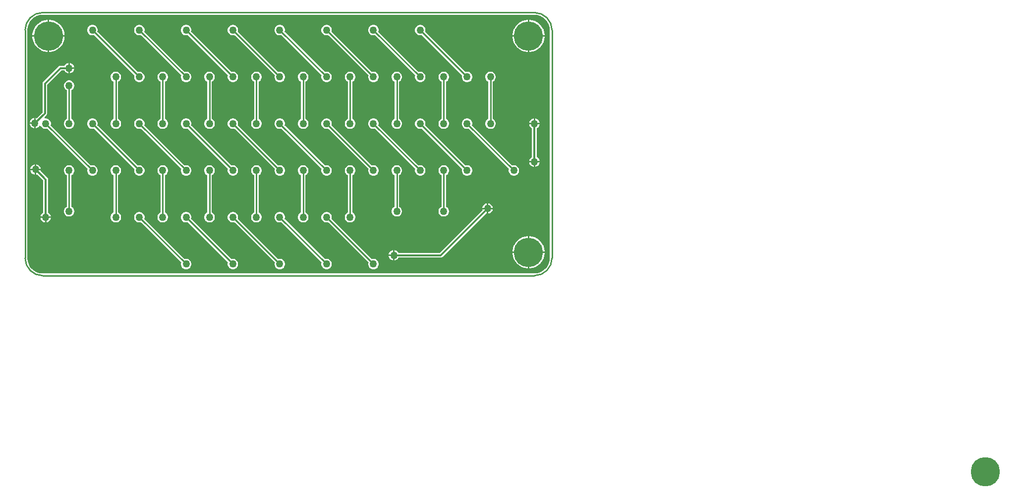
<source format=gbl>
G04*
G04 #@! TF.GenerationSoftware,Altium Limited,Altium Designer,25.8.1 (18)*
G04*
G04 Layer_Physical_Order=2*
G04 Layer_Color=16711680*
%FSLAX44Y44*%
%MOMM*%
G71*
G04*
G04 #@! TF.SameCoordinates,4CDBAC49-9385-4654-90CB-B963C00DF8DC*
G04*
G04*
G04 #@! TF.FilePolarity,Positive*
G04*
G01*
G75*
%ADD12C,0.2540*%
%ADD21C,0.3048*%
%ADD22C,5.0000*%
%ADD23C,1.2700*%
G36*
X1360109Y1185686D02*
X1365022Y1184196D01*
X1369550Y1181776D01*
X1373519Y1178519D01*
X1376776Y1174550D01*
X1379196Y1170022D01*
X1380686Y1165109D01*
X1381165Y1160248D01*
X1381115Y1160000D01*
Y772540D01*
X1381115Y770000D01*
X1380946Y767530D01*
X1380686Y764891D01*
X1379196Y759978D01*
X1376776Y755450D01*
X1373519Y751481D01*
X1369550Y748225D01*
X1365022Y745804D01*
X1360109Y744314D01*
X1355248Y743835D01*
X1355000Y743885D01*
X515000D01*
X514752Y743835D01*
X509891Y744314D01*
X504978Y745804D01*
X500450Y748224D01*
X496482Y751481D01*
X493224Y755450D01*
X490804Y759978D01*
X489314Y764891D01*
X488835Y769752D01*
X488885Y770000D01*
Y1160000D01*
X488835Y1160248D01*
X489314Y1165109D01*
X490804Y1170022D01*
X493224Y1174550D01*
X496482Y1178519D01*
X500450Y1181776D01*
X504978Y1184196D01*
X509891Y1185686D01*
X514752Y1186165D01*
X515000Y1186115D01*
X1355000D01*
X1355248Y1186165D01*
X1360109Y1185686D01*
D02*
G37*
%LPC*%
G36*
X1347168Y1177540D02*
X1346270D01*
Y1151270D01*
X1372540D01*
Y1152168D01*
X1371862Y1156449D01*
X1370522Y1160572D01*
X1368554Y1164434D01*
X1366006Y1167941D01*
X1362941Y1171006D01*
X1359434Y1173554D01*
X1355572Y1175522D01*
X1351449Y1176862D01*
X1347168Y1177540D01*
D02*
G37*
G36*
X1343730D02*
X1342832D01*
X1338551Y1176862D01*
X1334428Y1175522D01*
X1330566Y1173554D01*
X1327059Y1171006D01*
X1323994Y1167941D01*
X1321446Y1164434D01*
X1319478Y1160572D01*
X1318138Y1156449D01*
X1317460Y1152168D01*
Y1151270D01*
X1343730D01*
Y1177540D01*
D02*
G37*
G36*
X527167D02*
X526270D01*
Y1151270D01*
X552540D01*
Y1152168D01*
X551862Y1156449D01*
X550522Y1160572D01*
X548554Y1164434D01*
X546006Y1167941D01*
X542941Y1171006D01*
X539434Y1173554D01*
X535572Y1175522D01*
X531449Y1176862D01*
X527167Y1177540D01*
D02*
G37*
G36*
X523730D02*
X522832D01*
X518551Y1176862D01*
X514428Y1175522D01*
X510566Y1173554D01*
X507059Y1171006D01*
X503994Y1167941D01*
X501446Y1164434D01*
X499478Y1160572D01*
X498138Y1156449D01*
X497460Y1152168D01*
Y1151270D01*
X523730D01*
Y1177540D01*
D02*
G37*
G36*
X1372540Y1148730D02*
X1346270D01*
Y1122460D01*
X1347168D01*
X1351449Y1123138D01*
X1355572Y1124478D01*
X1359434Y1126446D01*
X1362941Y1128994D01*
X1366006Y1132059D01*
X1368554Y1135566D01*
X1370522Y1139428D01*
X1371862Y1143551D01*
X1372540Y1147833D01*
Y1148730D01*
D02*
G37*
G36*
X1343730D02*
X1317460D01*
Y1147833D01*
X1318138Y1143551D01*
X1319478Y1139428D01*
X1321446Y1135566D01*
X1323994Y1132059D01*
X1327059Y1128994D01*
X1330566Y1126446D01*
X1334428Y1124478D01*
X1338551Y1123138D01*
X1342832Y1122460D01*
X1343730D01*
Y1148730D01*
D02*
G37*
G36*
X552540D02*
X526270D01*
Y1122460D01*
X527167D01*
X531449Y1123138D01*
X535572Y1124478D01*
X539434Y1126446D01*
X542941Y1128994D01*
X546006Y1132059D01*
X548554Y1135566D01*
X550522Y1139428D01*
X551862Y1143551D01*
X552540Y1147833D01*
Y1148730D01*
D02*
G37*
G36*
X523730D02*
X497460D01*
Y1147833D01*
X498138Y1143551D01*
X499478Y1139428D01*
X501446Y1135566D01*
X503994Y1132059D01*
X507059Y1128994D01*
X510566Y1126446D01*
X514428Y1124478D01*
X518551Y1123138D01*
X522832Y1122460D01*
X523730D01*
Y1148730D01*
D02*
G37*
G36*
X561270Y1103863D02*
Y1096270D01*
X568863D01*
X568284Y1098431D01*
X567114Y1100459D01*
X565459Y1102114D01*
X563431Y1103284D01*
X561270Y1103863D01*
D02*
G37*
G36*
X568863Y1093730D02*
X561270D01*
Y1086137D01*
X563431Y1086716D01*
X565459Y1087886D01*
X567114Y1089541D01*
X568284Y1091569D01*
X568863Y1093730D01*
D02*
G37*
G36*
X558730Y1103863D02*
X556569Y1103284D01*
X554541Y1102114D01*
X552886Y1100459D01*
X552127Y1099144D01*
X545000D01*
X543414Y1098828D01*
X542070Y1097930D01*
X515820Y1071680D01*
X514922Y1070336D01*
X514606Y1068750D01*
Y1019606D01*
X504387Y1009387D01*
X503020Y1009753D01*
Y1000890D01*
Y992027D01*
X505181Y992606D01*
X507209Y993776D01*
X508864Y995431D01*
X509224Y996055D01*
X510059Y996227D01*
X512085Y995930D01*
X512886Y994541D01*
X514541Y992886D01*
X516569Y991716D01*
X518830Y991110D01*
X521170D01*
X522926Y991580D01*
X591580Y922926D01*
X591110Y921170D01*
Y918830D01*
X591716Y916569D01*
X592886Y914541D01*
X594541Y912886D01*
X596569Y911716D01*
X598830Y911110D01*
X601170D01*
X603431Y911716D01*
X605459Y912886D01*
X607114Y914541D01*
X608284Y916569D01*
X608890Y918830D01*
Y921170D01*
X608284Y923431D01*
X607114Y925459D01*
X605459Y927114D01*
X603431Y928284D01*
X601170Y928890D01*
X598830D01*
X597074Y928420D01*
X528420Y997074D01*
X528890Y998830D01*
Y1001170D01*
X528284Y1003431D01*
X527114Y1005459D01*
X525459Y1007114D01*
X523431Y1008284D01*
X521170Y1008890D01*
X519202D01*
X518526Y1009798D01*
X518024Y1011304D01*
X521680Y1014960D01*
X522578Y1016304D01*
X522894Y1017890D01*
Y1067034D01*
X546716Y1090856D01*
X552127D01*
X552886Y1089541D01*
X554541Y1087886D01*
X556569Y1086716D01*
X558730Y1086137D01*
Y1095000D01*
Y1103863D01*
D02*
G37*
G36*
X1161170Y1168890D02*
X1158830D01*
X1156569Y1168284D01*
X1154541Y1167114D01*
X1152886Y1165459D01*
X1151716Y1163431D01*
X1151110Y1161170D01*
Y1158830D01*
X1151716Y1156569D01*
X1152886Y1154541D01*
X1154541Y1152886D01*
X1156569Y1151716D01*
X1158830Y1151110D01*
X1161170D01*
X1162926Y1151580D01*
X1231580Y1082926D01*
X1231110Y1081170D01*
Y1078830D01*
X1231716Y1076569D01*
X1232886Y1074541D01*
X1234541Y1072886D01*
X1236569Y1071716D01*
X1238830Y1071110D01*
X1241170D01*
X1243431Y1071716D01*
X1245459Y1072886D01*
X1247114Y1074541D01*
X1248284Y1076569D01*
X1248890Y1078830D01*
Y1081170D01*
X1248284Y1083431D01*
X1247114Y1085459D01*
X1245459Y1087114D01*
X1243431Y1088284D01*
X1241170Y1088890D01*
X1238830D01*
X1237074Y1088420D01*
X1168420Y1157074D01*
X1168890Y1158830D01*
Y1161170D01*
X1168284Y1163431D01*
X1167114Y1165459D01*
X1165459Y1167114D01*
X1163431Y1168284D01*
X1161170Y1168890D01*
D02*
G37*
G36*
X1081170D02*
X1078830D01*
X1076569Y1168284D01*
X1074541Y1167114D01*
X1072886Y1165459D01*
X1071716Y1163431D01*
X1071110Y1161170D01*
Y1158830D01*
X1071716Y1156569D01*
X1072886Y1154541D01*
X1074541Y1152886D01*
X1076569Y1151716D01*
X1078830Y1151110D01*
X1081170D01*
X1082926Y1151580D01*
X1151580Y1082926D01*
X1151110Y1081170D01*
Y1078830D01*
X1151716Y1076569D01*
X1152886Y1074541D01*
X1154541Y1072886D01*
X1156569Y1071716D01*
X1158830Y1071110D01*
X1161170D01*
X1163431Y1071716D01*
X1165459Y1072886D01*
X1167114Y1074541D01*
X1168284Y1076569D01*
X1168890Y1078830D01*
Y1081170D01*
X1168284Y1083431D01*
X1167114Y1085459D01*
X1165459Y1087114D01*
X1163431Y1088284D01*
X1161170Y1088890D01*
X1158830D01*
X1157074Y1088420D01*
X1088420Y1157074D01*
X1088890Y1158830D01*
Y1161170D01*
X1088284Y1163431D01*
X1087114Y1165459D01*
X1085459Y1167114D01*
X1083431Y1168284D01*
X1081170Y1168890D01*
D02*
G37*
G36*
X1001170D02*
X998830D01*
X996569Y1168284D01*
X994541Y1167114D01*
X992886Y1165459D01*
X991716Y1163431D01*
X991110Y1161170D01*
Y1158830D01*
X991716Y1156569D01*
X992886Y1154541D01*
X994541Y1152886D01*
X996569Y1151716D01*
X998830Y1151110D01*
X1001170D01*
X1002926Y1151580D01*
X1071580Y1082926D01*
X1071110Y1081170D01*
Y1078830D01*
X1071716Y1076569D01*
X1072886Y1074541D01*
X1074541Y1072886D01*
X1076569Y1071716D01*
X1078830Y1071110D01*
X1081170D01*
X1083431Y1071716D01*
X1085459Y1072886D01*
X1087114Y1074541D01*
X1088284Y1076569D01*
X1088890Y1078830D01*
Y1081170D01*
X1088284Y1083431D01*
X1087114Y1085459D01*
X1085459Y1087114D01*
X1083431Y1088284D01*
X1081170Y1088890D01*
X1078830D01*
X1077074Y1088420D01*
X1008420Y1157074D01*
X1008890Y1158830D01*
Y1161170D01*
X1008284Y1163431D01*
X1007114Y1165459D01*
X1005459Y1167114D01*
X1003431Y1168284D01*
X1001170Y1168890D01*
D02*
G37*
G36*
X921170D02*
X918830D01*
X916569Y1168284D01*
X914541Y1167114D01*
X912886Y1165459D01*
X911716Y1163431D01*
X911110Y1161170D01*
Y1158830D01*
X911716Y1156569D01*
X912886Y1154541D01*
X914541Y1152886D01*
X916569Y1151716D01*
X918830Y1151110D01*
X921170D01*
X922926Y1151580D01*
X991580Y1082926D01*
X991110Y1081170D01*
Y1078830D01*
X991716Y1076569D01*
X992886Y1074541D01*
X994541Y1072886D01*
X996569Y1071716D01*
X998830Y1071110D01*
X1001170D01*
X1003431Y1071716D01*
X1005459Y1072886D01*
X1007114Y1074541D01*
X1008284Y1076569D01*
X1008890Y1078830D01*
Y1081170D01*
X1008284Y1083431D01*
X1007114Y1085459D01*
X1005459Y1087114D01*
X1003431Y1088284D01*
X1001170Y1088890D01*
X998830D01*
X997074Y1088420D01*
X928420Y1157074D01*
X928890Y1158830D01*
Y1161170D01*
X928284Y1163431D01*
X927114Y1165459D01*
X925459Y1167114D01*
X923431Y1168284D01*
X921170Y1168890D01*
D02*
G37*
G36*
X841170D02*
X838830D01*
X836569Y1168284D01*
X834541Y1167114D01*
X832886Y1165459D01*
X831716Y1163431D01*
X831110Y1161170D01*
Y1158830D01*
X831716Y1156569D01*
X832886Y1154541D01*
X834541Y1152886D01*
X836569Y1151716D01*
X838830Y1151110D01*
X841170D01*
X842926Y1151580D01*
X911580Y1082926D01*
X911110Y1081170D01*
Y1078830D01*
X911716Y1076569D01*
X912886Y1074541D01*
X914541Y1072886D01*
X916569Y1071716D01*
X918830Y1071110D01*
X921170D01*
X923431Y1071716D01*
X925459Y1072886D01*
X927114Y1074541D01*
X928284Y1076569D01*
X928890Y1078830D01*
Y1081170D01*
X928284Y1083431D01*
X927114Y1085459D01*
X925459Y1087114D01*
X923431Y1088284D01*
X921170Y1088890D01*
X918830D01*
X917074Y1088420D01*
X848420Y1157074D01*
X848890Y1158830D01*
Y1161170D01*
X848284Y1163431D01*
X847114Y1165459D01*
X845459Y1167114D01*
X843431Y1168284D01*
X841170Y1168890D01*
D02*
G37*
G36*
X761170D02*
X758830D01*
X756569Y1168284D01*
X754541Y1167114D01*
X752886Y1165459D01*
X751716Y1163431D01*
X751110Y1161170D01*
Y1158830D01*
X751716Y1156569D01*
X752886Y1154541D01*
X754541Y1152886D01*
X756569Y1151716D01*
X758830Y1151110D01*
X761170D01*
X762926Y1151580D01*
X831580Y1082926D01*
X831110Y1081170D01*
Y1078830D01*
X831716Y1076569D01*
X832886Y1074541D01*
X834541Y1072886D01*
X836569Y1071716D01*
X838830Y1071110D01*
X841170D01*
X843431Y1071716D01*
X845459Y1072886D01*
X847114Y1074541D01*
X848284Y1076569D01*
X848890Y1078830D01*
Y1081170D01*
X848284Y1083431D01*
X847114Y1085459D01*
X845459Y1087114D01*
X843431Y1088284D01*
X841170Y1088890D01*
X838830D01*
X837074Y1088420D01*
X768420Y1157074D01*
X768890Y1158830D01*
Y1161170D01*
X768284Y1163431D01*
X767114Y1165459D01*
X765459Y1167114D01*
X763431Y1168284D01*
X761170Y1168890D01*
D02*
G37*
G36*
X681170D02*
X678830D01*
X676569Y1168284D01*
X674541Y1167114D01*
X672886Y1165459D01*
X671716Y1163431D01*
X671110Y1161170D01*
Y1158830D01*
X671716Y1156569D01*
X672886Y1154541D01*
X674541Y1152886D01*
X676569Y1151716D01*
X678830Y1151110D01*
X681170D01*
X682926Y1151580D01*
X751580Y1082926D01*
X751110Y1081170D01*
Y1078830D01*
X751716Y1076569D01*
X752886Y1074541D01*
X754541Y1072886D01*
X756569Y1071716D01*
X758830Y1071110D01*
X761170D01*
X763431Y1071716D01*
X765459Y1072886D01*
X767114Y1074541D01*
X768284Y1076569D01*
X768890Y1078830D01*
Y1081170D01*
X768284Y1083431D01*
X767114Y1085459D01*
X765459Y1087114D01*
X763431Y1088284D01*
X761170Y1088890D01*
X758830D01*
X757074Y1088420D01*
X688420Y1157074D01*
X688890Y1158830D01*
Y1161170D01*
X688284Y1163431D01*
X687114Y1165459D01*
X685459Y1167114D01*
X683431Y1168284D01*
X681170Y1168890D01*
D02*
G37*
G36*
X601170D02*
X598830D01*
X596569Y1168284D01*
X594541Y1167114D01*
X592886Y1165459D01*
X591716Y1163431D01*
X591110Y1161170D01*
Y1158830D01*
X591716Y1156569D01*
X592886Y1154541D01*
X594541Y1152886D01*
X596569Y1151716D01*
X598830Y1151110D01*
X601170D01*
X602926Y1151580D01*
X671580Y1082926D01*
X671110Y1081170D01*
Y1078830D01*
X671716Y1076569D01*
X672886Y1074541D01*
X674541Y1072886D01*
X676569Y1071716D01*
X678830Y1071110D01*
X681170D01*
X683431Y1071716D01*
X685459Y1072886D01*
X687114Y1074541D01*
X688284Y1076569D01*
X688890Y1078830D01*
Y1081170D01*
X688284Y1083431D01*
X687114Y1085459D01*
X685459Y1087114D01*
X683431Y1088284D01*
X681170Y1088890D01*
X678830D01*
X677074Y1088420D01*
X608420Y1157074D01*
X608890Y1158830D01*
Y1161170D01*
X608284Y1163431D01*
X607114Y1165459D01*
X605459Y1167114D01*
X603431Y1168284D01*
X601170Y1168890D01*
D02*
G37*
G36*
X500480Y1009753D02*
X498319Y1009174D01*
X496291Y1008004D01*
X494636Y1006349D01*
X493466Y1004321D01*
X492887Y1002160D01*
X500480D01*
Y1009753D01*
D02*
G37*
G36*
X1356270Y1008863D02*
Y1001270D01*
X1363863D01*
X1363284Y1003431D01*
X1362114Y1005459D01*
X1360459Y1007114D01*
X1358431Y1008284D01*
X1356270Y1008863D01*
D02*
G37*
G36*
X1353730D02*
X1351569Y1008284D01*
X1349541Y1007114D01*
X1347886Y1005459D01*
X1346716Y1003431D01*
X1346137Y1001270D01*
X1353730D01*
Y1008863D01*
D02*
G37*
G36*
X500480Y999620D02*
X492887D01*
X493466Y997459D01*
X494636Y995431D01*
X496291Y993776D01*
X498319Y992606D01*
X500480Y992027D01*
Y999620D01*
D02*
G37*
G36*
X1281170Y1088890D02*
X1278830D01*
X1276569Y1088284D01*
X1274541Y1087114D01*
X1272886Y1085459D01*
X1271716Y1083431D01*
X1271110Y1081170D01*
Y1078830D01*
X1271716Y1076569D01*
X1272886Y1074541D01*
X1274541Y1072886D01*
X1276115Y1071977D01*
Y1008023D01*
X1274541Y1007114D01*
X1272886Y1005459D01*
X1271716Y1003431D01*
X1271110Y1001170D01*
Y998830D01*
X1271716Y996569D01*
X1272886Y994541D01*
X1274541Y992886D01*
X1276569Y991716D01*
X1278830Y991110D01*
X1281170D01*
X1283431Y991716D01*
X1285459Y992886D01*
X1287114Y994541D01*
X1288284Y996569D01*
X1288890Y998830D01*
Y1001170D01*
X1288284Y1003431D01*
X1287114Y1005459D01*
X1285459Y1007114D01*
X1283885Y1008023D01*
Y1071977D01*
X1285459Y1072886D01*
X1287114Y1074541D01*
X1288284Y1076569D01*
X1288890Y1078830D01*
Y1081170D01*
X1288284Y1083431D01*
X1287114Y1085459D01*
X1285459Y1087114D01*
X1283431Y1088284D01*
X1281170Y1088890D01*
D02*
G37*
G36*
X1201170D02*
X1198830D01*
X1196569Y1088284D01*
X1194541Y1087114D01*
X1192886Y1085459D01*
X1191716Y1083431D01*
X1191110Y1081170D01*
Y1078830D01*
X1191716Y1076569D01*
X1192886Y1074541D01*
X1194541Y1072886D01*
X1196115Y1071977D01*
Y1008023D01*
X1194541Y1007114D01*
X1192886Y1005459D01*
X1191716Y1003431D01*
X1191110Y1001170D01*
Y998830D01*
X1191716Y996569D01*
X1192886Y994541D01*
X1194541Y992886D01*
X1196569Y991716D01*
X1198830Y991110D01*
X1201170D01*
X1203431Y991716D01*
X1205459Y992886D01*
X1207114Y994541D01*
X1208284Y996569D01*
X1208890Y998830D01*
Y1001170D01*
X1208284Y1003431D01*
X1207114Y1005459D01*
X1205459Y1007114D01*
X1203885Y1008023D01*
Y1071977D01*
X1205459Y1072886D01*
X1207114Y1074541D01*
X1208284Y1076569D01*
X1208890Y1078830D01*
Y1081170D01*
X1208284Y1083431D01*
X1207114Y1085459D01*
X1205459Y1087114D01*
X1203431Y1088284D01*
X1201170Y1088890D01*
D02*
G37*
G36*
X1121170D02*
X1118830D01*
X1116569Y1088284D01*
X1114541Y1087114D01*
X1112886Y1085459D01*
X1111716Y1083431D01*
X1111110Y1081170D01*
Y1078830D01*
X1111716Y1076569D01*
X1112886Y1074541D01*
X1114541Y1072886D01*
X1116115Y1071977D01*
Y1008023D01*
X1114541Y1007114D01*
X1112886Y1005459D01*
X1111716Y1003431D01*
X1111110Y1001170D01*
Y998830D01*
X1111716Y996569D01*
X1112886Y994541D01*
X1114541Y992886D01*
X1116569Y991716D01*
X1118830Y991110D01*
X1121170D01*
X1123431Y991716D01*
X1125459Y992886D01*
X1127114Y994541D01*
X1128284Y996569D01*
X1128890Y998830D01*
Y1001170D01*
X1128284Y1003431D01*
X1127114Y1005459D01*
X1125459Y1007114D01*
X1123885Y1008023D01*
Y1071977D01*
X1125459Y1072886D01*
X1127114Y1074541D01*
X1128284Y1076569D01*
X1128890Y1078830D01*
Y1081170D01*
X1128284Y1083431D01*
X1127114Y1085459D01*
X1125459Y1087114D01*
X1123431Y1088284D01*
X1121170Y1088890D01*
D02*
G37*
G36*
X1041170D02*
X1038830D01*
X1036569Y1088284D01*
X1034541Y1087114D01*
X1032886Y1085459D01*
X1031716Y1083431D01*
X1031110Y1081170D01*
Y1078830D01*
X1031716Y1076569D01*
X1032886Y1074541D01*
X1034541Y1072886D01*
X1036115Y1071977D01*
Y1008023D01*
X1034541Y1007114D01*
X1032886Y1005459D01*
X1031716Y1003431D01*
X1031110Y1001170D01*
Y998830D01*
X1031716Y996569D01*
X1032886Y994541D01*
X1034541Y992886D01*
X1036569Y991716D01*
X1038830Y991110D01*
X1041170D01*
X1043431Y991716D01*
X1045459Y992886D01*
X1047114Y994541D01*
X1048284Y996569D01*
X1048890Y998830D01*
Y1001170D01*
X1048284Y1003431D01*
X1047114Y1005459D01*
X1045459Y1007114D01*
X1043885Y1008023D01*
Y1071977D01*
X1045459Y1072886D01*
X1047114Y1074541D01*
X1048284Y1076569D01*
X1048890Y1078830D01*
Y1081170D01*
X1048284Y1083431D01*
X1047114Y1085459D01*
X1045459Y1087114D01*
X1043431Y1088284D01*
X1041170Y1088890D01*
D02*
G37*
G36*
X961170D02*
X958830D01*
X956569Y1088284D01*
X954541Y1087114D01*
X952886Y1085459D01*
X951716Y1083431D01*
X951110Y1081170D01*
Y1078830D01*
X951716Y1076569D01*
X952886Y1074541D01*
X954541Y1072886D01*
X956115Y1071977D01*
Y1008023D01*
X954541Y1007114D01*
X952886Y1005459D01*
X951716Y1003431D01*
X951110Y1001170D01*
Y998830D01*
X951716Y996569D01*
X952886Y994541D01*
X954541Y992886D01*
X956569Y991716D01*
X958830Y991110D01*
X961170D01*
X963431Y991716D01*
X965459Y992886D01*
X967114Y994541D01*
X968284Y996569D01*
X968890Y998830D01*
Y1001170D01*
X968284Y1003431D01*
X967114Y1005459D01*
X965459Y1007114D01*
X963885Y1008023D01*
Y1071977D01*
X965459Y1072886D01*
X967114Y1074541D01*
X968284Y1076569D01*
X968890Y1078830D01*
Y1081170D01*
X968284Y1083431D01*
X967114Y1085459D01*
X965459Y1087114D01*
X963431Y1088284D01*
X961170Y1088890D01*
D02*
G37*
G36*
X881170D02*
X878830D01*
X876569Y1088284D01*
X874541Y1087114D01*
X872886Y1085459D01*
X871716Y1083431D01*
X871110Y1081170D01*
Y1078830D01*
X871716Y1076569D01*
X872886Y1074541D01*
X874541Y1072886D01*
X876115Y1071977D01*
Y1008023D01*
X874541Y1007114D01*
X872886Y1005459D01*
X871716Y1003431D01*
X871110Y1001170D01*
Y998830D01*
X871716Y996569D01*
X872886Y994541D01*
X874541Y992886D01*
X876569Y991716D01*
X878830Y991110D01*
X881170D01*
X883431Y991716D01*
X885459Y992886D01*
X887114Y994541D01*
X888284Y996569D01*
X888890Y998830D01*
Y1001170D01*
X888284Y1003431D01*
X887114Y1005459D01*
X885459Y1007114D01*
X883885Y1008023D01*
Y1071977D01*
X885459Y1072886D01*
X887114Y1074541D01*
X888284Y1076569D01*
X888890Y1078830D01*
Y1081170D01*
X888284Y1083431D01*
X887114Y1085459D01*
X885459Y1087114D01*
X883431Y1088284D01*
X881170Y1088890D01*
D02*
G37*
G36*
X801170D02*
X798830D01*
X796569Y1088284D01*
X794541Y1087114D01*
X792886Y1085459D01*
X791716Y1083431D01*
X791110Y1081170D01*
Y1078830D01*
X791716Y1076569D01*
X792886Y1074541D01*
X794541Y1072886D01*
X796115Y1071977D01*
Y1008023D01*
X794541Y1007114D01*
X792886Y1005459D01*
X791716Y1003431D01*
X791110Y1001170D01*
Y998830D01*
X791716Y996569D01*
X792886Y994541D01*
X794541Y992886D01*
X796569Y991716D01*
X798830Y991110D01*
X801170D01*
X803431Y991716D01*
X805459Y992886D01*
X807114Y994541D01*
X808284Y996569D01*
X808890Y998830D01*
Y1001170D01*
X808284Y1003431D01*
X807114Y1005459D01*
X805459Y1007114D01*
X803885Y1008023D01*
Y1071977D01*
X805459Y1072886D01*
X807114Y1074541D01*
X808284Y1076569D01*
X808890Y1078830D01*
Y1081170D01*
X808284Y1083431D01*
X807114Y1085459D01*
X805459Y1087114D01*
X803431Y1088284D01*
X801170Y1088890D01*
D02*
G37*
G36*
X721170D02*
X718830D01*
X716569Y1088284D01*
X714541Y1087114D01*
X712886Y1085459D01*
X711716Y1083431D01*
X711110Y1081170D01*
Y1078830D01*
X711716Y1076569D01*
X712886Y1074541D01*
X714541Y1072886D01*
X716115Y1071977D01*
Y1008023D01*
X714541Y1007114D01*
X712886Y1005459D01*
X711716Y1003431D01*
X711110Y1001170D01*
Y998830D01*
X711716Y996569D01*
X712886Y994541D01*
X714541Y992886D01*
X716569Y991716D01*
X718830Y991110D01*
X721170D01*
X723431Y991716D01*
X725459Y992886D01*
X727114Y994541D01*
X728284Y996569D01*
X728890Y998830D01*
Y1001170D01*
X728284Y1003431D01*
X727114Y1005459D01*
X725459Y1007114D01*
X723885Y1008023D01*
Y1071977D01*
X725459Y1072886D01*
X727114Y1074541D01*
X728284Y1076569D01*
X728890Y1078830D01*
Y1081170D01*
X728284Y1083431D01*
X727114Y1085459D01*
X725459Y1087114D01*
X723431Y1088284D01*
X721170Y1088890D01*
D02*
G37*
G36*
X641170D02*
X638830D01*
X636569Y1088284D01*
X634541Y1087114D01*
X632886Y1085459D01*
X631716Y1083431D01*
X631110Y1081170D01*
Y1078830D01*
X631716Y1076569D01*
X632886Y1074541D01*
X634541Y1072886D01*
X636115Y1071977D01*
Y1008023D01*
X634541Y1007114D01*
X632886Y1005459D01*
X631716Y1003431D01*
X631110Y1001170D01*
Y998830D01*
X631716Y996569D01*
X632886Y994541D01*
X634541Y992886D01*
X636569Y991716D01*
X638830Y991110D01*
X641170D01*
X643431Y991716D01*
X645459Y992886D01*
X647114Y994541D01*
X648284Y996569D01*
X648890Y998830D01*
Y1001170D01*
X648284Y1003431D01*
X647114Y1005459D01*
X645459Y1007114D01*
X643885Y1008023D01*
Y1071977D01*
X645459Y1072886D01*
X647114Y1074541D01*
X648284Y1076569D01*
X648890Y1078830D01*
Y1081170D01*
X648284Y1083431D01*
X647114Y1085459D01*
X645459Y1087114D01*
X643431Y1088284D01*
X641170Y1088890D01*
D02*
G37*
G36*
X561170Y1073890D02*
X558830D01*
X556569Y1073284D01*
X554541Y1072114D01*
X552886Y1070459D01*
X551716Y1068431D01*
X551110Y1066170D01*
Y1063830D01*
X551716Y1061569D01*
X552886Y1059541D01*
X554541Y1057886D01*
X556115Y1056977D01*
Y1008023D01*
X554541Y1007114D01*
X552886Y1005459D01*
X551716Y1003431D01*
X551110Y1001170D01*
Y998830D01*
X551716Y996569D01*
X552886Y994541D01*
X554541Y992886D01*
X556569Y991716D01*
X558830Y991110D01*
X561170D01*
X563431Y991716D01*
X565459Y992886D01*
X567114Y994541D01*
X568284Y996569D01*
X568890Y998830D01*
Y1001170D01*
X568284Y1003431D01*
X567114Y1005459D01*
X565459Y1007114D01*
X563885Y1008023D01*
Y1056977D01*
X565459Y1057886D01*
X567114Y1059541D01*
X568284Y1061569D01*
X568890Y1063830D01*
Y1066170D01*
X568284Y1068431D01*
X567114Y1070459D01*
X565459Y1072114D01*
X563431Y1073284D01*
X561170Y1073890D01*
D02*
G37*
G36*
X1363863Y998730D02*
X1346137D01*
X1346716Y996569D01*
X1347886Y994541D01*
X1349541Y992886D01*
X1350856Y992127D01*
Y942873D01*
X1349541Y942114D01*
X1347886Y940459D01*
X1346716Y938431D01*
X1346137Y936270D01*
X1363863D01*
X1363284Y938431D01*
X1362114Y940459D01*
X1360459Y942114D01*
X1359144Y942873D01*
Y992127D01*
X1360459Y992886D01*
X1362114Y994541D01*
X1363284Y996569D01*
X1363863Y998730D01*
D02*
G37*
G36*
Y933730D02*
X1356270D01*
Y926137D01*
X1358431Y926716D01*
X1360459Y927886D01*
X1362114Y929541D01*
X1363284Y931569D01*
X1363863Y933730D01*
D02*
G37*
G36*
X1353730D02*
X1346137D01*
X1346716Y931569D01*
X1347886Y929541D01*
X1349541Y927886D01*
X1351569Y926716D01*
X1353730Y926137D01*
Y933730D01*
D02*
G37*
G36*
X504101Y930422D02*
Y922829D01*
X511694D01*
X511115Y924990D01*
X509945Y927017D01*
X508290Y928673D01*
X506263Y929843D01*
X504101Y930422D01*
D02*
G37*
G36*
X501561D02*
X499400Y929843D01*
X497373Y928673D01*
X495717Y927017D01*
X494547Y924990D01*
X493968Y922829D01*
X501561D01*
Y930422D01*
D02*
G37*
G36*
Y920289D02*
X493968D01*
X494547Y918127D01*
X495717Y916100D01*
X497373Y914445D01*
X499400Y913275D01*
X501561Y912695D01*
Y920289D01*
D02*
G37*
G36*
X1241170Y1008890D02*
X1238830D01*
X1236569Y1008284D01*
X1234541Y1007114D01*
X1232886Y1005459D01*
X1231716Y1003431D01*
X1231110Y1001170D01*
Y998830D01*
X1231716Y996569D01*
X1232886Y994541D01*
X1234541Y992886D01*
X1236569Y991716D01*
X1238830Y991110D01*
X1241170D01*
X1242926Y991580D01*
X1311580Y922926D01*
X1311110Y921170D01*
Y918830D01*
X1311716Y916569D01*
X1312886Y914541D01*
X1314541Y912886D01*
X1316569Y911716D01*
X1318830Y911110D01*
X1321170D01*
X1323431Y911716D01*
X1325459Y912886D01*
X1327114Y914541D01*
X1328284Y916569D01*
X1328890Y918830D01*
Y921170D01*
X1328284Y923431D01*
X1327114Y925459D01*
X1325459Y927114D01*
X1323431Y928284D01*
X1321170Y928890D01*
X1318830D01*
X1317074Y928420D01*
X1248420Y997074D01*
X1248890Y998830D01*
Y1001170D01*
X1248284Y1003431D01*
X1247114Y1005459D01*
X1245459Y1007114D01*
X1243431Y1008284D01*
X1241170Y1008890D01*
D02*
G37*
G36*
X1161170D02*
X1158830D01*
X1156569Y1008284D01*
X1154541Y1007114D01*
X1152886Y1005459D01*
X1151716Y1003431D01*
X1151110Y1001170D01*
Y998830D01*
X1151716Y996569D01*
X1152886Y994541D01*
X1154541Y992886D01*
X1156569Y991716D01*
X1158830Y991110D01*
X1161170D01*
X1162926Y991580D01*
X1231580Y922926D01*
X1231110Y921170D01*
Y918830D01*
X1231716Y916569D01*
X1232886Y914541D01*
X1234541Y912886D01*
X1236569Y911716D01*
X1238830Y911110D01*
X1241170D01*
X1243431Y911716D01*
X1245459Y912886D01*
X1247114Y914541D01*
X1248284Y916569D01*
X1248890Y918830D01*
Y921170D01*
X1248284Y923431D01*
X1247114Y925459D01*
X1245459Y927114D01*
X1243431Y928284D01*
X1241170Y928890D01*
X1238830D01*
X1237074Y928420D01*
X1168420Y997074D01*
X1168890Y998830D01*
Y1001170D01*
X1168284Y1003431D01*
X1167114Y1005459D01*
X1165459Y1007114D01*
X1163431Y1008284D01*
X1161170Y1008890D01*
D02*
G37*
G36*
X1081170D02*
X1078830D01*
X1076569Y1008284D01*
X1074541Y1007114D01*
X1072886Y1005459D01*
X1071716Y1003431D01*
X1071110Y1001170D01*
Y998830D01*
X1071716Y996569D01*
X1072886Y994541D01*
X1074541Y992886D01*
X1076569Y991716D01*
X1078830Y991110D01*
X1081170D01*
X1082926Y991580D01*
X1151580Y922926D01*
X1151110Y921170D01*
Y918830D01*
X1151716Y916569D01*
X1152886Y914541D01*
X1154541Y912886D01*
X1156569Y911716D01*
X1158830Y911110D01*
X1161170D01*
X1163431Y911716D01*
X1165459Y912886D01*
X1167114Y914541D01*
X1168284Y916569D01*
X1168890Y918830D01*
Y921170D01*
X1168284Y923431D01*
X1167114Y925459D01*
X1165459Y927114D01*
X1163431Y928284D01*
X1161170Y928890D01*
X1158830D01*
X1157074Y928420D01*
X1088420Y997074D01*
X1088890Y998830D01*
Y1001170D01*
X1088284Y1003431D01*
X1087114Y1005459D01*
X1085459Y1007114D01*
X1083431Y1008284D01*
X1081170Y1008890D01*
D02*
G37*
G36*
X1001170D02*
X998830D01*
X996569Y1008284D01*
X994541Y1007114D01*
X992886Y1005459D01*
X991716Y1003431D01*
X991110Y1001170D01*
Y998830D01*
X991716Y996569D01*
X992886Y994541D01*
X994541Y992886D01*
X996569Y991716D01*
X998830Y991110D01*
X1001170D01*
X1002926Y991580D01*
X1071580Y922926D01*
X1071110Y921170D01*
Y918830D01*
X1071716Y916569D01*
X1072886Y914541D01*
X1074541Y912886D01*
X1076569Y911716D01*
X1078830Y911110D01*
X1081170D01*
X1083431Y911716D01*
X1085459Y912886D01*
X1087114Y914541D01*
X1088284Y916569D01*
X1088890Y918830D01*
Y921170D01*
X1088284Y923431D01*
X1087114Y925459D01*
X1085459Y927114D01*
X1083431Y928284D01*
X1081170Y928890D01*
X1078830D01*
X1077074Y928420D01*
X1008420Y997074D01*
X1008890Y998830D01*
Y1001170D01*
X1008284Y1003431D01*
X1007114Y1005459D01*
X1005459Y1007114D01*
X1003431Y1008284D01*
X1001170Y1008890D01*
D02*
G37*
G36*
X921170D02*
X918830D01*
X916569Y1008284D01*
X914541Y1007114D01*
X912886Y1005459D01*
X911716Y1003431D01*
X911110Y1001170D01*
Y998830D01*
X911716Y996569D01*
X912886Y994541D01*
X914541Y992886D01*
X916569Y991716D01*
X918830Y991110D01*
X921170D01*
X922926Y991580D01*
X991580Y922926D01*
X991110Y921170D01*
Y918830D01*
X991716Y916569D01*
X992886Y914541D01*
X994541Y912886D01*
X996569Y911716D01*
X998830Y911110D01*
X1001170D01*
X1003431Y911716D01*
X1005459Y912886D01*
X1007114Y914541D01*
X1008284Y916569D01*
X1008890Y918830D01*
Y921170D01*
X1008284Y923431D01*
X1007114Y925459D01*
X1005459Y927114D01*
X1003431Y928284D01*
X1001170Y928890D01*
X998830D01*
X997074Y928420D01*
X928420Y997074D01*
X928890Y998830D01*
Y1001170D01*
X928284Y1003431D01*
X927114Y1005459D01*
X925459Y1007114D01*
X923431Y1008284D01*
X921170Y1008890D01*
D02*
G37*
G36*
X841170D02*
X838830D01*
X836569Y1008284D01*
X834541Y1007114D01*
X832886Y1005459D01*
X831716Y1003431D01*
X831110Y1001170D01*
Y998830D01*
X831716Y996569D01*
X832886Y994541D01*
X834541Y992886D01*
X836569Y991716D01*
X838830Y991110D01*
X841170D01*
X842926Y991580D01*
X911580Y922926D01*
X911110Y921170D01*
Y918830D01*
X911716Y916569D01*
X912886Y914541D01*
X914541Y912886D01*
X916569Y911716D01*
X918830Y911110D01*
X921170D01*
X923431Y911716D01*
X925459Y912886D01*
X927114Y914541D01*
X928284Y916569D01*
X928890Y918830D01*
Y921170D01*
X928284Y923431D01*
X927114Y925459D01*
X925459Y927114D01*
X923431Y928284D01*
X921170Y928890D01*
X918830D01*
X917074Y928420D01*
X848420Y997074D01*
X848890Y998830D01*
Y1001170D01*
X848284Y1003431D01*
X847114Y1005459D01*
X845459Y1007114D01*
X843431Y1008284D01*
X841170Y1008890D01*
D02*
G37*
G36*
X761170D02*
X758830D01*
X756569Y1008284D01*
X754541Y1007114D01*
X752886Y1005459D01*
X751716Y1003431D01*
X751110Y1001170D01*
Y998830D01*
X751716Y996569D01*
X752886Y994541D01*
X754541Y992886D01*
X756569Y991716D01*
X758830Y991110D01*
X761170D01*
X762926Y991580D01*
X831580Y922926D01*
X831110Y921170D01*
Y918830D01*
X831716Y916569D01*
X832886Y914541D01*
X834541Y912886D01*
X836569Y911716D01*
X838830Y911110D01*
X841170D01*
X843431Y911716D01*
X845459Y912886D01*
X847114Y914541D01*
X848284Y916569D01*
X848890Y918830D01*
Y921170D01*
X848284Y923431D01*
X847114Y925459D01*
X845459Y927114D01*
X843431Y928284D01*
X841170Y928890D01*
X838830D01*
X837074Y928420D01*
X768420Y997074D01*
X768890Y998830D01*
Y1001170D01*
X768284Y1003431D01*
X767114Y1005459D01*
X765459Y1007114D01*
X763431Y1008284D01*
X761170Y1008890D01*
D02*
G37*
G36*
X681170D02*
X678830D01*
X676569Y1008284D01*
X674541Y1007114D01*
X672886Y1005459D01*
X671716Y1003431D01*
X671110Y1001170D01*
Y998830D01*
X671716Y996569D01*
X672886Y994541D01*
X674541Y992886D01*
X676569Y991716D01*
X678830Y991110D01*
X681170D01*
X682926Y991580D01*
X751580Y922926D01*
X751110Y921170D01*
Y918830D01*
X751716Y916569D01*
X752886Y914541D01*
X754541Y912886D01*
X756569Y911716D01*
X758830Y911110D01*
X761170D01*
X763431Y911716D01*
X765459Y912886D01*
X767114Y914541D01*
X768284Y916569D01*
X768890Y918830D01*
Y921170D01*
X768284Y923431D01*
X767114Y925459D01*
X765459Y927114D01*
X763431Y928284D01*
X761170Y928890D01*
X758830D01*
X757074Y928420D01*
X688420Y997074D01*
X688890Y998830D01*
Y1001170D01*
X688284Y1003431D01*
X687114Y1005459D01*
X685459Y1007114D01*
X683431Y1008284D01*
X681170Y1008890D01*
D02*
G37*
G36*
X601170D02*
X598830D01*
X596569Y1008284D01*
X594541Y1007114D01*
X592886Y1005459D01*
X591716Y1003431D01*
X591110Y1001170D01*
Y998830D01*
X591716Y996569D01*
X592886Y994541D01*
X594541Y992886D01*
X596569Y991716D01*
X598830Y991110D01*
X601170D01*
X602926Y991580D01*
X671580Y922926D01*
X671110Y921170D01*
Y918830D01*
X671716Y916569D01*
X672886Y914541D01*
X674541Y912886D01*
X676569Y911716D01*
X678830Y911110D01*
X681170D01*
X683431Y911716D01*
X685459Y912886D01*
X687114Y914541D01*
X688284Y916569D01*
X688890Y918830D01*
Y921170D01*
X688284Y923431D01*
X687114Y925459D01*
X685459Y927114D01*
X683431Y928284D01*
X681170Y928890D01*
X678830D01*
X677074Y928420D01*
X608420Y997074D01*
X608890Y998830D01*
Y1001170D01*
X608284Y1003431D01*
X607114Y1005459D01*
X605459Y1007114D01*
X603431Y1008284D01*
X601170Y1008890D01*
D02*
G37*
G36*
X1276270Y863863D02*
Y856270D01*
X1283863D01*
X1283284Y858431D01*
X1282114Y860459D01*
X1280459Y862114D01*
X1278431Y863284D01*
X1276270Y863863D01*
D02*
G37*
G36*
X1273730D02*
X1271569Y863284D01*
X1269541Y862114D01*
X1267886Y860459D01*
X1266716Y858431D01*
X1266137Y856270D01*
X1273730D01*
Y863863D01*
D02*
G37*
G36*
X1283863Y853730D02*
X1276270D01*
Y846137D01*
X1278431Y846716D01*
X1280459Y847886D01*
X1282114Y849541D01*
X1283284Y851569D01*
X1283863Y853730D01*
D02*
G37*
G36*
X1273730D02*
X1266137D01*
X1266503Y852363D01*
X1193284Y779144D01*
X1122873D01*
X1122114Y780459D01*
X1120459Y782114D01*
X1118431Y783284D01*
X1116270Y783863D01*
Y775000D01*
Y766137D01*
X1118431Y766716D01*
X1120459Y767886D01*
X1122114Y769541D01*
X1122873Y770856D01*
X1195000D01*
X1196586Y771172D01*
X1197930Y772070D01*
X1272363Y846503D01*
X1273730Y846137D01*
Y853730D01*
D02*
G37*
G36*
X511694Y920289D02*
X504101D01*
Y912695D01*
X505468Y913062D01*
X515856Y902674D01*
Y847873D01*
X514541Y847114D01*
X512886Y845459D01*
X511716Y843431D01*
X511137Y841270D01*
X528863D01*
X528284Y843431D01*
X527114Y845459D01*
X525459Y847114D01*
X524144Y847873D01*
Y904390D01*
X523828Y905976D01*
X522930Y907320D01*
X511328Y918922D01*
X511694Y920289D01*
D02*
G37*
G36*
X1201170Y928890D02*
X1198830D01*
X1196569Y928284D01*
X1194541Y927114D01*
X1192886Y925459D01*
X1191716Y923431D01*
X1191110Y921170D01*
Y918830D01*
X1191716Y916569D01*
X1192886Y914541D01*
X1194541Y912886D01*
X1196115Y911977D01*
Y858023D01*
X1194541Y857114D01*
X1192886Y855459D01*
X1191716Y853431D01*
X1191110Y851170D01*
Y848830D01*
X1191716Y846569D01*
X1192886Y844541D01*
X1194541Y842886D01*
X1196569Y841716D01*
X1198830Y841110D01*
X1201170D01*
X1203431Y841716D01*
X1205459Y842886D01*
X1207114Y844541D01*
X1208284Y846569D01*
X1208890Y848830D01*
Y851170D01*
X1208284Y853431D01*
X1207114Y855459D01*
X1205459Y857114D01*
X1203885Y858023D01*
Y911977D01*
X1205459Y912886D01*
X1207114Y914541D01*
X1208284Y916569D01*
X1208890Y918830D01*
Y921170D01*
X1208284Y923431D01*
X1207114Y925459D01*
X1205459Y927114D01*
X1203431Y928284D01*
X1201170Y928890D01*
D02*
G37*
G36*
X1121170D02*
X1118830D01*
X1116569Y928284D01*
X1114541Y927114D01*
X1112886Y925459D01*
X1111716Y923431D01*
X1111110Y921170D01*
Y918830D01*
X1111716Y916569D01*
X1112886Y914541D01*
X1114541Y912886D01*
X1116115Y911977D01*
Y858023D01*
X1114541Y857114D01*
X1112886Y855459D01*
X1111716Y853431D01*
X1111110Y851170D01*
Y848830D01*
X1111716Y846569D01*
X1112886Y844541D01*
X1114541Y842886D01*
X1116569Y841716D01*
X1118830Y841110D01*
X1121170D01*
X1123431Y841716D01*
X1125459Y842886D01*
X1127114Y844541D01*
X1128284Y846569D01*
X1128890Y848830D01*
Y851170D01*
X1128284Y853431D01*
X1127114Y855459D01*
X1125459Y857114D01*
X1123885Y858023D01*
Y911977D01*
X1125459Y912886D01*
X1127114Y914541D01*
X1128284Y916569D01*
X1128890Y918830D01*
Y921170D01*
X1128284Y923431D01*
X1127114Y925459D01*
X1125459Y927114D01*
X1123431Y928284D01*
X1121170Y928890D01*
D02*
G37*
G36*
X561170D02*
X558830D01*
X556569Y928284D01*
X554541Y927114D01*
X552886Y925459D01*
X551716Y923431D01*
X551110Y921170D01*
Y918830D01*
X551716Y916569D01*
X552886Y914541D01*
X554541Y912886D01*
X556115Y911977D01*
Y858023D01*
X554541Y857114D01*
X552886Y855459D01*
X551716Y853431D01*
X551110Y851170D01*
Y848830D01*
X551716Y846569D01*
X552886Y844541D01*
X554541Y842886D01*
X556569Y841716D01*
X558830Y841110D01*
X561170D01*
X563431Y841716D01*
X565459Y842886D01*
X567114Y844541D01*
X568284Y846569D01*
X568890Y848830D01*
Y851170D01*
X568284Y853431D01*
X567114Y855459D01*
X565459Y857114D01*
X563885Y858023D01*
Y911977D01*
X565459Y912886D01*
X567114Y914541D01*
X568284Y916569D01*
X568890Y918830D01*
Y921170D01*
X568284Y923431D01*
X567114Y925459D01*
X565459Y927114D01*
X563431Y928284D01*
X561170Y928890D01*
D02*
G37*
G36*
X528863Y838730D02*
X521270D01*
Y831137D01*
X523431Y831716D01*
X525459Y832886D01*
X527114Y834541D01*
X528284Y836569D01*
X528863Y838730D01*
D02*
G37*
G36*
X518730D02*
X511137D01*
X511716Y836569D01*
X512886Y834541D01*
X514541Y832886D01*
X516569Y831716D01*
X518730Y831137D01*
Y838730D01*
D02*
G37*
G36*
X1041170Y928890D02*
X1038830D01*
X1036569Y928284D01*
X1034541Y927114D01*
X1032886Y925459D01*
X1031716Y923431D01*
X1031110Y921170D01*
Y918830D01*
X1031716Y916569D01*
X1032886Y914541D01*
X1034541Y912886D01*
X1036115Y911977D01*
Y848023D01*
X1034541Y847114D01*
X1032886Y845459D01*
X1031716Y843431D01*
X1031110Y841170D01*
Y838830D01*
X1031716Y836569D01*
X1032886Y834541D01*
X1034541Y832886D01*
X1036569Y831716D01*
X1038830Y831110D01*
X1041170D01*
X1043431Y831716D01*
X1045459Y832886D01*
X1047114Y834541D01*
X1048284Y836569D01*
X1048890Y838830D01*
Y841170D01*
X1048284Y843431D01*
X1047114Y845459D01*
X1045459Y847114D01*
X1043885Y848023D01*
Y911977D01*
X1045459Y912886D01*
X1047114Y914541D01*
X1048284Y916569D01*
X1048890Y918830D01*
Y921170D01*
X1048284Y923431D01*
X1047114Y925459D01*
X1045459Y927114D01*
X1043431Y928284D01*
X1041170Y928890D01*
D02*
G37*
G36*
X961170D02*
X958830D01*
X956569Y928284D01*
X954541Y927114D01*
X952886Y925459D01*
X951716Y923431D01*
X951110Y921170D01*
Y918830D01*
X951716Y916569D01*
X952886Y914541D01*
X954541Y912886D01*
X956115Y911977D01*
Y848023D01*
X954541Y847114D01*
X952886Y845459D01*
X951716Y843431D01*
X951110Y841170D01*
Y838830D01*
X951716Y836569D01*
X952886Y834541D01*
X954541Y832886D01*
X956569Y831716D01*
X958830Y831110D01*
X961170D01*
X963431Y831716D01*
X965459Y832886D01*
X967114Y834541D01*
X968284Y836569D01*
X968890Y838830D01*
Y841170D01*
X968284Y843431D01*
X967114Y845459D01*
X965459Y847114D01*
X963885Y848023D01*
Y911977D01*
X965459Y912886D01*
X967114Y914541D01*
X968284Y916569D01*
X968890Y918830D01*
Y921170D01*
X968284Y923431D01*
X967114Y925459D01*
X965459Y927114D01*
X963431Y928284D01*
X961170Y928890D01*
D02*
G37*
G36*
X881170D02*
X878830D01*
X876569Y928284D01*
X874541Y927114D01*
X872886Y925459D01*
X871716Y923431D01*
X871110Y921170D01*
Y918830D01*
X871716Y916569D01*
X872886Y914541D01*
X874541Y912886D01*
X876115Y911977D01*
Y848023D01*
X874541Y847114D01*
X872886Y845459D01*
X871716Y843431D01*
X871110Y841170D01*
Y838830D01*
X871716Y836569D01*
X872886Y834541D01*
X874541Y832886D01*
X876569Y831716D01*
X878830Y831110D01*
X881170D01*
X883431Y831716D01*
X885459Y832886D01*
X887114Y834541D01*
X888284Y836569D01*
X888890Y838830D01*
Y841170D01*
X888284Y843431D01*
X887114Y845459D01*
X885459Y847114D01*
X883885Y848023D01*
Y911977D01*
X885459Y912886D01*
X887114Y914541D01*
X888284Y916569D01*
X888890Y918830D01*
Y921170D01*
X888284Y923431D01*
X887114Y925459D01*
X885459Y927114D01*
X883431Y928284D01*
X881170Y928890D01*
D02*
G37*
G36*
X801170D02*
X798830D01*
X796569Y928284D01*
X794541Y927114D01*
X792886Y925459D01*
X791716Y923431D01*
X791110Y921170D01*
Y918830D01*
X791716Y916569D01*
X792886Y914541D01*
X794541Y912886D01*
X796115Y911977D01*
Y848023D01*
X794541Y847114D01*
X792886Y845459D01*
X791716Y843431D01*
X791110Y841170D01*
Y838830D01*
X791716Y836569D01*
X792886Y834541D01*
X794541Y832886D01*
X796569Y831716D01*
X798830Y831110D01*
X801170D01*
X803431Y831716D01*
X805459Y832886D01*
X807114Y834541D01*
X808284Y836569D01*
X808890Y838830D01*
Y841170D01*
X808284Y843431D01*
X807114Y845459D01*
X805459Y847114D01*
X803885Y848023D01*
Y911977D01*
X805459Y912886D01*
X807114Y914541D01*
X808284Y916569D01*
X808890Y918830D01*
Y921170D01*
X808284Y923431D01*
X807114Y925459D01*
X805459Y927114D01*
X803431Y928284D01*
X801170Y928890D01*
D02*
G37*
G36*
X721170D02*
X718830D01*
X716569Y928284D01*
X714541Y927114D01*
X712886Y925459D01*
X711716Y923431D01*
X711110Y921170D01*
Y918830D01*
X711716Y916569D01*
X712886Y914541D01*
X714541Y912886D01*
X716115Y911977D01*
Y848023D01*
X714541Y847114D01*
X712886Y845459D01*
X711716Y843431D01*
X711110Y841170D01*
Y838830D01*
X711716Y836569D01*
X712886Y834541D01*
X714541Y832886D01*
X716569Y831716D01*
X718830Y831110D01*
X721170D01*
X723431Y831716D01*
X725459Y832886D01*
X727114Y834541D01*
X728284Y836569D01*
X728890Y838830D01*
Y841170D01*
X728284Y843431D01*
X727114Y845459D01*
X725459Y847114D01*
X723885Y848023D01*
Y911977D01*
X725459Y912886D01*
X727114Y914541D01*
X728284Y916569D01*
X728890Y918830D01*
Y921170D01*
X728284Y923431D01*
X727114Y925459D01*
X725459Y927114D01*
X723431Y928284D01*
X721170Y928890D01*
D02*
G37*
G36*
X641170D02*
X638830D01*
X636569Y928284D01*
X634541Y927114D01*
X632886Y925459D01*
X631716Y923431D01*
X631110Y921170D01*
Y918830D01*
X631716Y916569D01*
X632886Y914541D01*
X634541Y912886D01*
X636115Y911977D01*
Y848023D01*
X634541Y847114D01*
X632886Y845459D01*
X631716Y843431D01*
X631110Y841170D01*
Y838830D01*
X631716Y836569D01*
X632886Y834541D01*
X634541Y832886D01*
X636569Y831716D01*
X638830Y831110D01*
X641170D01*
X643431Y831716D01*
X645459Y832886D01*
X647114Y834541D01*
X648284Y836569D01*
X648890Y838830D01*
Y841170D01*
X648284Y843431D01*
X647114Y845459D01*
X645459Y847114D01*
X643885Y848023D01*
Y911977D01*
X645459Y912886D01*
X647114Y914541D01*
X648284Y916569D01*
X648890Y918830D01*
Y921170D01*
X648284Y923431D01*
X647114Y925459D01*
X645459Y927114D01*
X643431Y928284D01*
X641170Y928890D01*
D02*
G37*
G36*
X1347168Y807540D02*
X1346270D01*
Y781270D01*
X1372540D01*
Y782167D01*
X1371862Y786449D01*
X1370522Y790572D01*
X1368554Y794434D01*
X1366006Y797941D01*
X1362941Y801006D01*
X1359434Y803554D01*
X1355572Y805522D01*
X1351449Y806862D01*
X1347168Y807540D01*
D02*
G37*
G36*
X1343730D02*
X1342832D01*
X1338551Y806862D01*
X1334428Y805522D01*
X1330566Y803554D01*
X1327059Y801006D01*
X1323994Y797941D01*
X1321446Y794434D01*
X1319478Y790572D01*
X1318138Y786449D01*
X1317460Y782167D01*
Y781270D01*
X1343730D01*
Y807540D01*
D02*
G37*
G36*
X1113730Y783863D02*
X1111569Y783284D01*
X1109541Y782114D01*
X1107886Y780459D01*
X1106716Y778431D01*
X1106137Y776270D01*
X1113730D01*
Y783863D01*
D02*
G37*
G36*
Y773730D02*
X1106137D01*
X1106716Y771569D01*
X1107886Y769541D01*
X1109541Y767886D01*
X1111569Y766716D01*
X1113730Y766137D01*
Y773730D01*
D02*
G37*
G36*
X1372540Y778730D02*
X1346270D01*
Y752460D01*
X1347168D01*
X1351449Y753138D01*
X1355572Y754478D01*
X1359434Y756446D01*
X1362941Y758994D01*
X1366006Y762059D01*
X1368554Y765566D01*
X1370522Y769428D01*
X1371862Y773551D01*
X1372540Y777832D01*
Y778730D01*
D02*
G37*
G36*
X1343730D02*
X1317460D01*
Y777832D01*
X1318138Y773551D01*
X1319478Y769428D01*
X1321446Y765566D01*
X1323994Y762059D01*
X1327059Y758994D01*
X1330566Y756446D01*
X1334428Y754478D01*
X1338551Y753138D01*
X1342832Y752460D01*
X1343730D01*
Y778730D01*
D02*
G37*
G36*
X1001170Y848890D02*
X998830D01*
X996569Y848284D01*
X994541Y847114D01*
X992886Y845459D01*
X991716Y843431D01*
X991110Y841170D01*
Y838830D01*
X991716Y836569D01*
X992886Y834541D01*
X994541Y832886D01*
X996569Y831716D01*
X998830Y831110D01*
X1001170D01*
X1002926Y831580D01*
X1071580Y762926D01*
X1071110Y761170D01*
Y758830D01*
X1071716Y756569D01*
X1072886Y754541D01*
X1074541Y752886D01*
X1076569Y751716D01*
X1078830Y751110D01*
X1081170D01*
X1083431Y751716D01*
X1085459Y752886D01*
X1087114Y754541D01*
X1088284Y756569D01*
X1088890Y758830D01*
Y761170D01*
X1088284Y763431D01*
X1087114Y765459D01*
X1085459Y767114D01*
X1083431Y768284D01*
X1081170Y768890D01*
X1078830D01*
X1077074Y768420D01*
X1008420Y837074D01*
X1008890Y838830D01*
Y841170D01*
X1008284Y843431D01*
X1007114Y845459D01*
X1005459Y847114D01*
X1003431Y848284D01*
X1001170Y848890D01*
D02*
G37*
G36*
X921170D02*
X918830D01*
X916569Y848284D01*
X914541Y847114D01*
X912886Y845459D01*
X911716Y843431D01*
X911110Y841170D01*
Y838830D01*
X911716Y836569D01*
X912886Y834541D01*
X914541Y832886D01*
X916569Y831716D01*
X918830Y831110D01*
X921170D01*
X922926Y831580D01*
X991580Y762926D01*
X991110Y761170D01*
Y758830D01*
X991716Y756569D01*
X992886Y754541D01*
X994541Y752886D01*
X996569Y751716D01*
X998830Y751110D01*
X1001170D01*
X1003431Y751716D01*
X1005459Y752886D01*
X1007114Y754541D01*
X1008284Y756569D01*
X1008890Y758830D01*
Y761170D01*
X1008284Y763431D01*
X1007114Y765459D01*
X1005459Y767114D01*
X1003431Y768284D01*
X1001170Y768890D01*
X998830D01*
X997074Y768420D01*
X928420Y837074D01*
X928890Y838830D01*
Y841170D01*
X928284Y843431D01*
X927114Y845459D01*
X925459Y847114D01*
X923431Y848284D01*
X921170Y848890D01*
D02*
G37*
G36*
X841170D02*
X838830D01*
X836569Y848284D01*
X834541Y847114D01*
X832886Y845459D01*
X831716Y843431D01*
X831110Y841170D01*
Y838830D01*
X831716Y836569D01*
X832886Y834541D01*
X834541Y832886D01*
X836569Y831716D01*
X838830Y831110D01*
X841170D01*
X842926Y831580D01*
X911580Y762926D01*
X911110Y761170D01*
Y758830D01*
X911716Y756569D01*
X912886Y754541D01*
X914541Y752886D01*
X916569Y751716D01*
X918830Y751110D01*
X921170D01*
X923431Y751716D01*
X925459Y752886D01*
X927114Y754541D01*
X928284Y756569D01*
X928890Y758830D01*
Y761170D01*
X928284Y763431D01*
X927114Y765459D01*
X925459Y767114D01*
X923431Y768284D01*
X921170Y768890D01*
X918830D01*
X917074Y768420D01*
X848420Y837074D01*
X848890Y838830D01*
Y841170D01*
X848284Y843431D01*
X847114Y845459D01*
X845459Y847114D01*
X843431Y848284D01*
X841170Y848890D01*
D02*
G37*
G36*
X761170D02*
X758830D01*
X756569Y848284D01*
X754541Y847114D01*
X752886Y845459D01*
X751716Y843431D01*
X751110Y841170D01*
Y838830D01*
X751716Y836569D01*
X752886Y834541D01*
X754541Y832886D01*
X756569Y831716D01*
X758830Y831110D01*
X761170D01*
X762926Y831580D01*
X831580Y762926D01*
X831110Y761170D01*
Y758830D01*
X831716Y756569D01*
X832886Y754541D01*
X834541Y752886D01*
X836569Y751716D01*
X838830Y751110D01*
X841170D01*
X843431Y751716D01*
X845459Y752886D01*
X847114Y754541D01*
X848284Y756569D01*
X848890Y758830D01*
Y761170D01*
X848284Y763431D01*
X847114Y765459D01*
X845459Y767114D01*
X843431Y768284D01*
X841170Y768890D01*
X838830D01*
X837074Y768420D01*
X768420Y837074D01*
X768890Y838830D01*
Y841170D01*
X768284Y843431D01*
X767114Y845459D01*
X765459Y847114D01*
X763431Y848284D01*
X761170Y848890D01*
D02*
G37*
G36*
X681170D02*
X678830D01*
X676569Y848284D01*
X674541Y847114D01*
X672886Y845459D01*
X671716Y843431D01*
X671110Y841170D01*
Y838830D01*
X671716Y836569D01*
X672886Y834541D01*
X674541Y832886D01*
X676569Y831716D01*
X678830Y831110D01*
X681170D01*
X682926Y831580D01*
X751580Y762926D01*
X751110Y761170D01*
Y758830D01*
X751716Y756569D01*
X752886Y754541D01*
X754541Y752886D01*
X756569Y751716D01*
X758830Y751110D01*
X761170D01*
X763431Y751716D01*
X765459Y752886D01*
X767114Y754541D01*
X768284Y756569D01*
X768890Y758830D01*
Y761170D01*
X768284Y763431D01*
X767114Y765459D01*
X765459Y767114D01*
X763431Y768284D01*
X761170Y768890D01*
X758830D01*
X757074Y768420D01*
X688420Y837074D01*
X688890Y838830D01*
Y841170D01*
X688284Y843431D01*
X687114Y845459D01*
X685459Y847114D01*
X683431Y848284D01*
X681170Y848890D01*
D02*
G37*
%LPD*%
D12*
X680000Y840000D02*
X760000Y760000D01*
Y840000D02*
X840000Y760000D01*
X560000Y1000000D02*
Y1065000D01*
X920000Y1160000D02*
X1000000Y1080000D01*
X680000Y1160000D02*
X760000Y1080000D01*
X1080000Y1160000D02*
X1160000Y1080000D01*
Y1160000D02*
X1240000Y1080000D01*
X600000Y1160000D02*
X680000Y1080000D01*
X760000Y1160000D02*
X840000Y1080000D01*
Y1160000D02*
X920000Y1080000D01*
X1000000Y1160000D02*
X1080000Y1080000D01*
X1000000D02*
X1000000D01*
X1200000Y850000D02*
Y920000D01*
X1120000Y850000D02*
Y920000D01*
X1240000Y1000000D02*
X1320000Y920000D01*
Y920000D02*
Y920000D01*
X1160000Y920000D02*
Y920000D01*
X1000000Y1000000D02*
X1080000Y920000D01*
Y920000D02*
Y920000D01*
X720000Y840000D02*
Y920000D01*
X800000Y840000D02*
Y920000D01*
X760000Y1000000D02*
X840000Y920000D01*
Y920000D02*
Y920000D01*
X760000Y920000D02*
Y920000D01*
X680000Y1000000D02*
X760000Y920000D01*
X1040000Y840000D02*
Y920000D01*
X960000Y840000D02*
Y920000D01*
X920000D02*
Y920000D01*
X840000Y1000000D02*
X920000Y920000D01*
Y1000000D02*
X1000000Y920000D01*
X880000Y840000D02*
Y920000D01*
X1080000Y1000000D02*
X1160000Y920000D01*
Y1000000D02*
X1240000Y920000D01*
X1280000Y1000000D02*
Y1080000D01*
X1200000Y1000000D02*
Y1080000D01*
X1240000D02*
X1240000D01*
X1120000Y1000000D02*
Y1080000D01*
X1040000Y1000000D02*
Y1080000D01*
X880000Y1000000D02*
Y1080000D01*
X800000Y1000000D02*
Y1080000D01*
X1000000Y840000D02*
X1080000Y760000D01*
X960000Y1000000D02*
Y1080000D01*
X720000Y1000000D02*
Y1080000D01*
X520000Y1000000D02*
X600000Y920000D01*
Y920000D02*
Y920000D01*
X640000Y840000D02*
Y920000D01*
X560000Y850000D02*
Y920000D01*
X1000000Y760000D02*
X1000000D01*
X920000Y840000D02*
X1000000Y760000D01*
X840000Y840000D02*
X920000Y760000D01*
X680000Y1080000D02*
X680000D01*
X640000Y1000000D02*
Y1080000D01*
X600000Y1000000D02*
X680000Y920000D01*
X515000Y1190000D02*
G03*
X485000Y1160000I0J-30000D01*
G01*
Y770000D02*
G03*
X515000Y740000I30000J0D01*
G01*
X1355000Y740000D02*
G03*
X1385000Y770000I0J30000D01*
G01*
X1385000Y1160000D02*
G03*
X1355000Y1190000I-30000J0D01*
G01*
X515000Y740000D02*
X1355000D01*
X1385000Y770000D02*
Y1160000D01*
X515000Y1190000D02*
X1355000D01*
X485000Y770000D02*
Y1160000D01*
D21*
X1355000Y935000D02*
Y1000000D01*
X1195000Y775000D02*
X1275000Y855000D01*
X1115000Y775000D02*
X1195000D01*
X545000Y1095000D02*
X560000D01*
X518750Y1017890D02*
Y1068750D01*
X545000Y1095000D01*
X501750Y1000890D02*
X518750Y1017890D01*
X502831Y921559D02*
X520000Y904390D01*
Y840000D02*
Y904390D01*
D22*
X1345000Y780000D02*
D03*
Y1150000D02*
D03*
X525000D02*
D03*
X2125000Y405000D02*
D03*
D23*
X760000Y760000D02*
D03*
X680000Y840000D02*
D03*
X840000Y760000D02*
D03*
X760000Y840000D02*
D03*
X1355000Y1000000D02*
D03*
Y935000D02*
D03*
X1275000Y855000D02*
D03*
X1115000Y775000D02*
D03*
X560000Y1095000D02*
D03*
X501750Y1000890D02*
D03*
X502831Y921559D02*
D03*
X520000Y840000D02*
D03*
X560000Y1065000D02*
D03*
Y1000000D02*
D03*
X680000Y1160000D02*
D03*
X840000D02*
D03*
X760000D02*
D03*
X920000D02*
D03*
X1000000D02*
D03*
X1080000D02*
D03*
X600000D02*
D03*
X1160000D02*
D03*
X1200000Y850000D02*
D03*
Y920000D02*
D03*
X1120000Y850000D02*
D03*
Y920000D02*
D03*
X1320000D02*
D03*
X1240000D02*
D03*
X880000Y1080000D02*
D03*
X1280000D02*
D03*
Y1000000D02*
D03*
X1240000D02*
D03*
X920000Y1080000D02*
D03*
X960000D02*
D03*
X1000000D02*
D03*
X1080000D02*
D03*
X1160000D02*
D03*
X1240000D02*
D03*
X920000Y840000D02*
D03*
X1040000D02*
D03*
X960000D02*
D03*
X880000D02*
D03*
X800000D02*
D03*
X840000D02*
D03*
X640000Y920000D02*
D03*
Y840000D02*
D03*
X600000Y920000D02*
D03*
X560000D02*
D03*
Y850000D02*
D03*
X600000Y1000000D02*
D03*
X680000D02*
D03*
X760000D02*
D03*
X720000D02*
D03*
X640000D02*
D03*
X680000Y920000D02*
D03*
X720000Y840000D02*
D03*
Y920000D02*
D03*
X1160000D02*
D03*
X1000000Y1000000D02*
D03*
X1080000D02*
D03*
X1160000D02*
D03*
X840000D02*
D03*
X1120000D02*
D03*
X1040000D02*
D03*
X920000D02*
D03*
X960000D02*
D03*
X880000D02*
D03*
X800000D02*
D03*
X760000Y920000D02*
D03*
X1040000D02*
D03*
X920000D02*
D03*
X840000D02*
D03*
X800000D02*
D03*
X880000D02*
D03*
X960000D02*
D03*
X1000000D02*
D03*
X1080000D02*
D03*
X1000000Y840000D02*
D03*
X1200000Y1000000D02*
D03*
X520000D02*
D03*
X680000Y1080000D02*
D03*
X640000D02*
D03*
X720000D02*
D03*
X920000Y760000D02*
D03*
X1000000D02*
D03*
X1080000D02*
D03*
X760000Y1080000D02*
D03*
X1200000D02*
D03*
X1120000D02*
D03*
X1040000D02*
D03*
X800000D02*
D03*
X840000D02*
D03*
M02*

</source>
